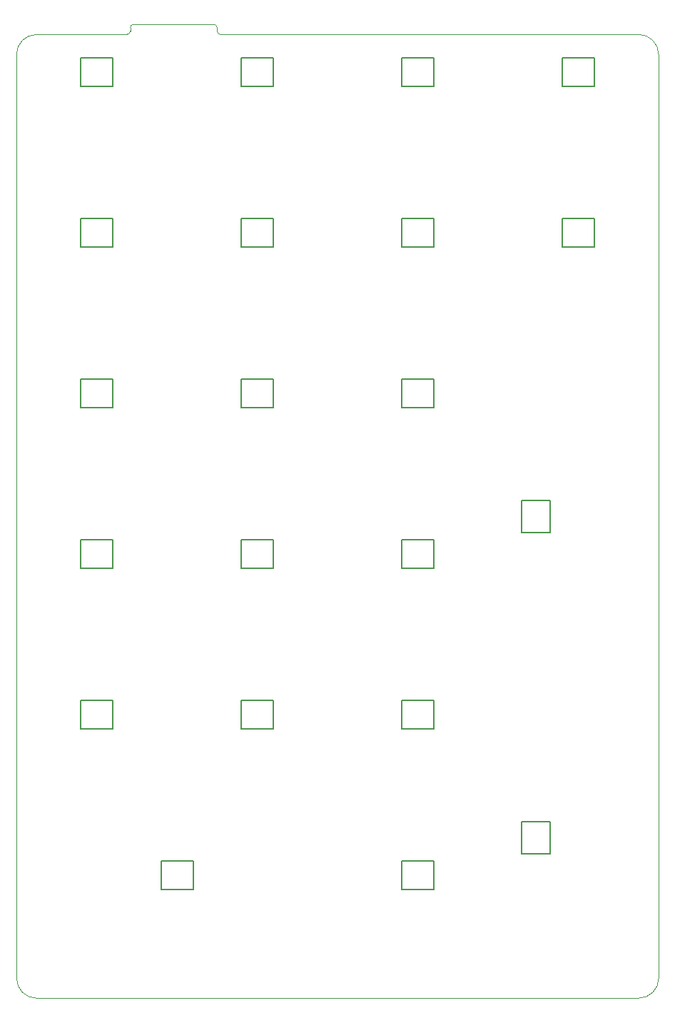
<source format=gbr>
%TF.GenerationSoftware,KiCad,Pcbnew,(5.1.9)-1*%
%TF.CreationDate,2021-06-12T17:38:07+02:00*%
%TF.ProjectId,tfk20-avr,74666b32-302d-4617-9672-2e6b69636164,rev?*%
%TF.SameCoordinates,Original*%
%TF.FileFunction,Profile,NP*%
%FSLAX46Y46*%
G04 Gerber Fmt 4.6, Leading zero omitted, Abs format (unit mm)*
G04 Created by KiCad (PCBNEW (5.1.9)-1) date 2021-06-12 17:38:07*
%MOMM*%
%LPD*%
G01*
G04 APERTURE LIST*
%TA.AperFunction,Profile*%
%ADD10C,0.100000*%
%TD*%
%TA.AperFunction,Profile*%
%ADD11C,0.150000*%
%TD*%
G04 APERTURE END LIST*
D10*
X120650000Y-38100000D02*
X120650000Y-38496875D01*
X130968750Y-38100000D02*
X130968750Y-38496875D01*
X120253125Y-38893750D02*
X119856250Y-38893750D01*
X130571875Y-37703125D02*
X121046875Y-37703125D01*
X131365625Y-38893750D02*
X132556250Y-38893750D01*
X130571875Y-37703125D02*
G75*
G02*
X130968750Y-38100000I0J-396875D01*
G01*
X120650000Y-38496875D02*
G75*
G02*
X120253125Y-38893750I-396875J0D01*
G01*
X120650000Y-38100000D02*
G75*
G02*
X121046875Y-37703125I396875J0D01*
G01*
X131365625Y-38893750D02*
G75*
G02*
X130968750Y-38496875I0J396875D01*
G01*
X107156250Y-150812500D02*
X107156250Y-41275000D01*
X109537500Y-153193750D02*
G75*
G02*
X107156250Y-150812500I0J2381250D01*
G01*
X180975000Y-153193750D02*
X109537500Y-153193750D01*
X183356250Y-150812500D02*
G75*
G02*
X180975000Y-153193750I-2381250J0D01*
G01*
X183356250Y-41275000D02*
X183356250Y-150812500D01*
X180975000Y-38893750D02*
G75*
G02*
X183356250Y-41275000I0J-2381250D01*
G01*
X132556250Y-38893750D02*
X180975000Y-38893750D01*
X109537500Y-38893750D02*
X119856250Y-38893750D01*
X107156250Y-41275000D02*
G75*
G02*
X109537500Y-38893750I2381250J0D01*
G01*
D11*
%TO.C,D31*%
X114781250Y-45038750D02*
X114781250Y-41638750D01*
X118581250Y-41638750D02*
X114781250Y-41638750D01*
X118581250Y-45038750D02*
X118581250Y-41638750D01*
X118581250Y-45038750D02*
X114781250Y-45038750D01*
%TO.C,D36*%
X137631250Y-64088750D02*
X133831250Y-64088750D01*
X137631250Y-64088750D02*
X137631250Y-60688750D01*
X137631250Y-60688750D02*
X133831250Y-60688750D01*
X133831250Y-64088750D02*
X133831250Y-60688750D01*
%TO.C,D51*%
X170451250Y-132243750D02*
X170451250Y-136043750D01*
X170451250Y-132243750D02*
X167051250Y-132243750D01*
X167051250Y-132243750D02*
X167051250Y-136043750D01*
X170451250Y-136043750D02*
X167051250Y-136043750D01*
%TO.C,D50*%
X156681250Y-140288750D02*
X152881250Y-140288750D01*
X156681250Y-140288750D02*
X156681250Y-136888750D01*
X156681250Y-136888750D02*
X152881250Y-136888750D01*
X152881250Y-140288750D02*
X152881250Y-136888750D01*
%TO.C,D49*%
X128106250Y-140288750D02*
X124306250Y-140288750D01*
X128106250Y-140288750D02*
X128106250Y-136888750D01*
X128106250Y-136888750D02*
X124306250Y-136888750D01*
X124306250Y-140288750D02*
X124306250Y-136888750D01*
%TO.C,D48*%
X156681250Y-121238750D02*
X152881250Y-121238750D01*
X156681250Y-121238750D02*
X156681250Y-117838750D01*
X156681250Y-117838750D02*
X152881250Y-117838750D01*
X152881250Y-121238750D02*
X152881250Y-117838750D01*
%TO.C,D47*%
X137631250Y-121238750D02*
X133831250Y-121238750D01*
X137631250Y-121238750D02*
X137631250Y-117838750D01*
X137631250Y-117838750D02*
X133831250Y-117838750D01*
X133831250Y-121238750D02*
X133831250Y-117838750D01*
%TO.C,D46*%
X118581250Y-121238750D02*
X114781250Y-121238750D01*
X118581250Y-121238750D02*
X118581250Y-117838750D01*
X118581250Y-117838750D02*
X114781250Y-117838750D01*
X114781250Y-121238750D02*
X114781250Y-117838750D01*
%TO.C,D45*%
X170451250Y-94143750D02*
X170451250Y-97943750D01*
X170451250Y-94143750D02*
X167051250Y-94143750D01*
X167051250Y-94143750D02*
X167051250Y-97943750D01*
X170451250Y-97943750D02*
X167051250Y-97943750D01*
%TO.C,D44*%
X156681250Y-102188750D02*
X152881250Y-102188750D01*
X156681250Y-102188750D02*
X156681250Y-98788750D01*
X156681250Y-98788750D02*
X152881250Y-98788750D01*
X152881250Y-102188750D02*
X152881250Y-98788750D01*
%TO.C,D43*%
X137631250Y-102188750D02*
X133831250Y-102188750D01*
X137631250Y-102188750D02*
X137631250Y-98788750D01*
X137631250Y-98788750D02*
X133831250Y-98788750D01*
X133831250Y-102188750D02*
X133831250Y-98788750D01*
%TO.C,D42*%
X118581250Y-102188750D02*
X114781250Y-102188750D01*
X118581250Y-102188750D02*
X118581250Y-98788750D01*
X118581250Y-98788750D02*
X114781250Y-98788750D01*
X114781250Y-102188750D02*
X114781250Y-98788750D01*
%TO.C,D41*%
X156681250Y-83138750D02*
X152881250Y-83138750D01*
X156681250Y-83138750D02*
X156681250Y-79738750D01*
X156681250Y-79738750D02*
X152881250Y-79738750D01*
X152881250Y-83138750D02*
X152881250Y-79738750D01*
%TO.C,D40*%
X137631250Y-83138750D02*
X133831250Y-83138750D01*
X137631250Y-83138750D02*
X137631250Y-79738750D01*
X137631250Y-79738750D02*
X133831250Y-79738750D01*
X133831250Y-83138750D02*
X133831250Y-79738750D01*
%TO.C,D39*%
X118581250Y-83138750D02*
X114781250Y-83138750D01*
X118581250Y-83138750D02*
X118581250Y-79738750D01*
X118581250Y-79738750D02*
X114781250Y-79738750D01*
X114781250Y-83138750D02*
X114781250Y-79738750D01*
%TO.C,D38*%
X175731250Y-64088750D02*
X171931250Y-64088750D01*
X175731250Y-64088750D02*
X175731250Y-60688750D01*
X175731250Y-60688750D02*
X171931250Y-60688750D01*
X171931250Y-64088750D02*
X171931250Y-60688750D01*
%TO.C,D37*%
X156681250Y-64088750D02*
X152881250Y-64088750D01*
X156681250Y-64088750D02*
X156681250Y-60688750D01*
X156681250Y-60688750D02*
X152881250Y-60688750D01*
X152881250Y-64088750D02*
X152881250Y-60688750D01*
%TO.C,D35*%
X118581250Y-64088750D02*
X114781250Y-64088750D01*
X118581250Y-64088750D02*
X118581250Y-60688750D01*
X118581250Y-60688750D02*
X114781250Y-60688750D01*
X114781250Y-64088750D02*
X114781250Y-60688750D01*
%TO.C,D34*%
X175731250Y-45038750D02*
X171931250Y-45038750D01*
X175731250Y-45038750D02*
X175731250Y-41638750D01*
X175731250Y-41638750D02*
X171931250Y-41638750D01*
X171931250Y-45038750D02*
X171931250Y-41638750D01*
%TO.C,D33*%
X156681250Y-45038750D02*
X152881250Y-45038750D01*
X156681250Y-45038750D02*
X156681250Y-41638750D01*
X156681250Y-41638750D02*
X152881250Y-41638750D01*
X152881250Y-45038750D02*
X152881250Y-41638750D01*
%TO.C,D32*%
X137631250Y-45038750D02*
X133831250Y-45038750D01*
X137631250Y-45038750D02*
X137631250Y-41638750D01*
X137631250Y-41638750D02*
X133831250Y-41638750D01*
X133831250Y-45038750D02*
X133831250Y-41638750D01*
%TD*%
M02*

</source>
